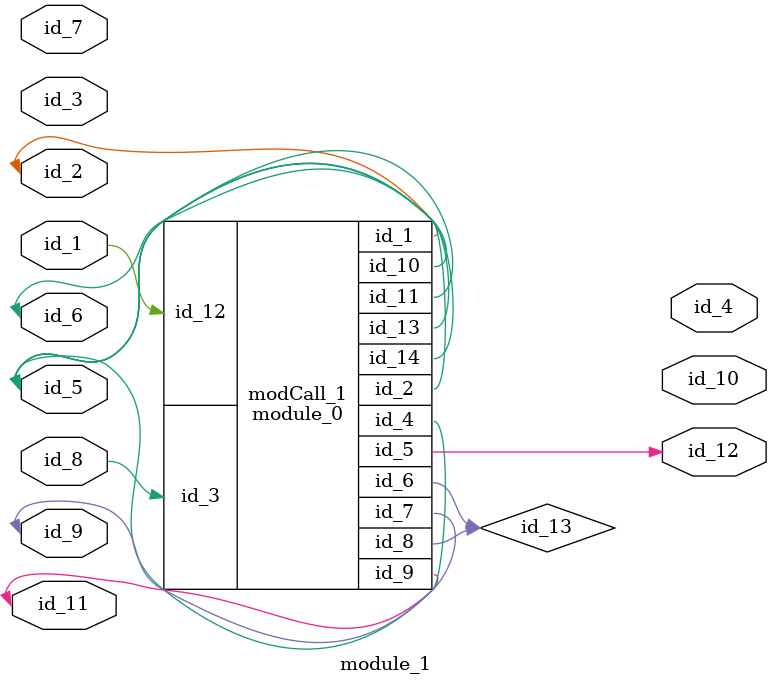
<source format=v>
module module_0 (
    id_1,
    id_2,
    id_3,
    id_4,
    id_5,
    id_6,
    id_7,
    id_8,
    id_9,
    id_10,
    id_11,
    id_12,
    id_13,
    id_14
);
  inout wire id_14;
  output wire id_13;
  input wire id_12;
  inout wire id_11;
  inout wire id_10;
  inout wire id_9;
  output wire id_8;
  output wire id_7;
  output wire id_6;
  output wire id_5;
  inout wire id_4;
  input wire id_3;
  inout wire id_2;
  inout wire id_1;
  supply0 id_15;
  assign id_9 = id_9;
  assign id_8 = 1;
  always @(negedge id_15) if ({id_10, id_3 | 1, 1, id_11, 1'b0}) {id_15, 1, id_3} = 1;
  wire id_16;
  assign id_10 = 1'b0;
endmodule
module module_1 (
    id_1,
    id_2,
    id_3,
    id_4,
    id_5,
    id_6,
    id_7,
    id_8,
    id_9,
    id_10,
    id_11,
    id_12
);
  output wire id_12;
  inout wire id_11;
  output wire id_10;
  inout wire id_9;
  input wire id_8;
  input wire id_7;
  inout wire id_6;
  inout wire id_5;
  output wire id_4;
  input wire id_3;
  inout wire id_2;
  input wire id_1;
  wire id_13;
  module_0 modCall_1 (
      id_2,
      id_5,
      id_8,
      id_5,
      id_12,
      id_13,
      id_9,
      id_13,
      id_11,
      id_5,
      id_5,
      id_1,
      id_6,
      id_5
  );
  wire id_14;
  wire id_15;
endmodule

</source>
